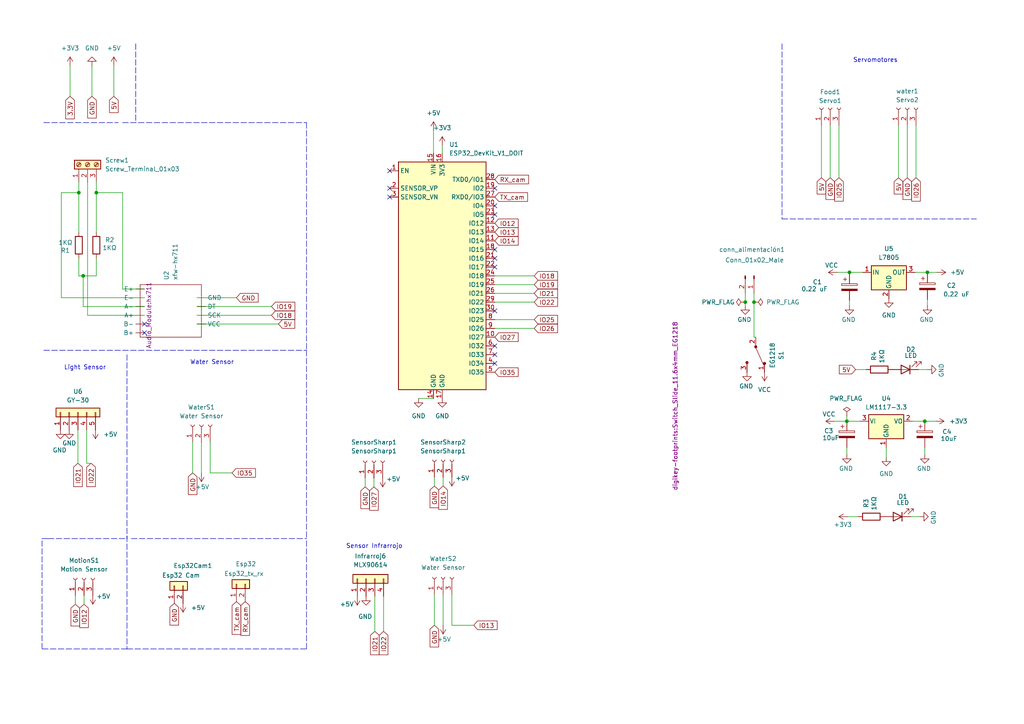
<source format=kicad_sch>
(kicad_sch (version 20211123) (generator eeschema)
  (paper "A4")
  (lib_symbols
    (symbol "Connector:Conn_01x02_Male" (pin_names (offset 1.016) hide)
      (property "Reference" "J" (at 0 2.54 0))
      (property "Value" "Conn_01x02_Male" (at 0 -5.08 0))
      (symbol "Conn_01x02_Male_1_1"
        (polyline (pts (xy 1.27 -2.54) (xy 0.8636 -2.54)) (stroke (width 0.1524)))
        (polyline (pts (xy 1.27 0) (xy 0.8636 0)) (stroke (width 0.1524)))
        (rectangle (start 0.8636 -2.413) (end 0 -2.667) (stroke (width 0.1524)) (fill (type outline)))
        (rectangle (start 0.8636 0.127) (end 0 -0.127) (stroke (width 0.1524)) (fill (type outline)))
        (pin passive line (at 5.08 0 180) (length 3.81) (name "Pin_1") (number "1"))
        (pin passive line (at 5.08 -2.54 180) (length 3.81) (name "Pin_2") (number "2"))
      )
    )
    (symbol "Connector:Conn_01x03_Female" (pin_names (offset 1.016) hide)
      (property "Reference" "J" (at 0 5.08 0))
      (property "Value" "Conn_01x03_Female" (at 0 -5.08 0))
      (symbol "Conn_01x03_Female_1_1"
        (arc (start 0 -2.032) (mid -0.508 -2.54) (end 0 -3.048) (stroke (width 0.1524)))
        (polyline (pts (xy -1.27 -2.54) (xy -0.508 -2.54)) (stroke (width 0.1524)))
        (polyline (pts (xy -1.27 0) (xy -0.508 0)) (stroke (width 0.1524)))
        (polyline (pts (xy -1.27 2.54) (xy -0.508 2.54)) (stroke (width 0.1524)))
        (arc (start 0 0.508) (mid -0.508 0) (end 0 -0.508) (stroke (width 0.1524)))
        (arc (start 0 3.048) (mid -0.508 2.54) (end 0 2.032) (stroke (width 0.1524)))
        (pin passive line (at -5.08 2.54 0) (length 3.81) (name "Pin_1") (number "1"))
        (pin passive line (at -5.08 0 0) (length 3.81) (name "Pin_2") (number "2"))
        (pin passive line (at -5.08 -2.54 0) (length 3.81) (name "Pin_3") (number "3"))
      )
    )
    (symbol "Connector:Screw_Terminal_01x03" (pin_names (offset 1.016) hide)
      (property "Reference" "J" (at 0 5.08 0))
      (property "Value" "Screw_Terminal_01x03" (at 0 -5.08 0))
      (symbol "Screw_Terminal_01x03_1_1"
        (rectangle (start -1.27 3.81) (end 1.27 -3.81) (stroke (width 0.254)) (fill (type background)))
        (circle (center 0 -2.54) (radius 0.635) (stroke (width 0.1524)))
        (polyline (pts (xy -0.5334 -2.2098) (xy 0.3302 -3.048)) (stroke (width 0.1524)))
        (polyline (pts (xy -0.5334 0.3302) (xy 0.3302 -0.508)) (stroke (width 0.1524)))
        (polyline (pts (xy -0.5334 2.8702) (xy 0.3302 2.032)) (stroke (width 0.1524)))
        (polyline (pts (xy -0.3556 -2.032) (xy 0.508 -2.8702)) (stroke (width 0.1524)))
        (polyline (pts (xy -0.3556 0.508) (xy 0.508 -0.3302)) (stroke (width 0.1524)))
        (polyline (pts (xy -0.3556 3.048) (xy 0.508 2.2098)) (stroke (width 0.1524)))
        (circle (center 0 0) (radius 0.635) (stroke (width 0.1524)))
        (circle (center 0 2.54) (radius 0.635) (stroke (width 0.1524)))
        (pin passive line (at -5.08 2.54 0) (length 3.81) (name "Pin_1") (number "1"))
        (pin passive line (at -5.08 0 0) (length 3.81) (name "Pin_2") (number "2"))
        (pin passive line (at -5.08 -2.54 0) (length 3.81) (name "Pin_3") (number "3"))
      )
    )
    (symbol "Connector_Generic:Conn_01x02" (pin_names (offset 1.016) hide)
      (property "Reference" "J" (at 0 2.54 0))
      (property "Value" "Conn_01x02" (at 0 -5.08 0))
      (symbol "Conn_01x02_1_1"
        (rectangle (start -1.27 -2.413) (end 0 -2.667) (stroke (width 0.1524)))
        (rectangle (start -1.27 0.127) (end 0 -0.127) (stroke (width 0.1524)))
        (rectangle (start -1.27 1.27) (end 1.27 -3.81) (stroke (width 0.254)) (fill (type background)))
        (pin passive line (at -5.08 0 0) (length 3.81) (name "Pin_1") (number "1"))
        (pin passive line (at -5.08 -2.54 0) (length 3.81) (name "Pin_2") (number "2"))
      )
    )
    (symbol "Connector_Generic:Conn_01x04" (pin_names (offset 1.016) hide)
      (property "Reference" "J" (at 0 5.08 0))
      (property "Value" "Conn_01x04" (at 0 -7.62 0))
      (symbol "Conn_01x04_1_1"
        (rectangle (start -1.27 -4.953) (end 0 -5.207) (stroke (width 0.1524)))
        (rectangle (start -1.27 -2.413) (end 0 -2.667) (stroke (width 0.1524)))
        (rectangle (start -1.27 0.127) (end 0 -0.127) (stroke (width 0.1524)))
        (rectangle (start -1.27 2.667) (end 0 2.413) (stroke (width 0.1524)))
        (rectangle (start -1.27 3.81) (end 1.27 -6.35) (stroke (width 0.254)) (fill (type background)))
        (pin passive line (at -5.08 2.54 0) (length 3.81) (name "Pin_1") (number "1"))
        (pin passive line (at -5.08 0 0) (length 3.81) (name "Pin_2") (number "2"))
        (pin passive line (at -5.08 -2.54 0) (length 3.81) (name "Pin_3") (number "3"))
        (pin passive line (at -5.08 -5.08 0) (length 3.81) (name "Pin_4") (number "4"))
      )
    )
    (symbol "Connector_Generic:Conn_01x05" (pin_names (offset 1.016) hide)
      (property "Reference" "J" (at 0 7.62 0))
      (property "Value" "Conn_01x05" (at 0 -7.62 0))
      (symbol "Conn_01x05_1_1"
        (rectangle (start -1.27 -4.953) (end 0 -5.207) (stroke (width 0.1524)))
        (rectangle (start -1.27 -2.413) (end 0 -2.667) (stroke (width 0.1524)))
        (rectangle (start -1.27 0.127) (end 0 -0.127) (stroke (width 0.1524)))
        (rectangle (start -1.27 2.667) (end 0 2.413) (stroke (width 0.1524)))
        (rectangle (start -1.27 5.207) (end 0 4.953) (stroke (width 0.1524)))
        (rectangle (start -1.27 6.35) (end 1.27 -6.35) (stroke (width 0.254)) (fill (type background)))
        (pin passive line (at -5.08 5.08 0) (length 3.81) (name "Pin_1") (number "1"))
        (pin passive line (at -5.08 2.54 0) (length 3.81) (name "Pin_2") (number "2"))
        (pin passive line (at -5.08 0 0) (length 3.81) (name "Pin_3") (number "3"))
        (pin passive line (at -5.08 -2.54 0) (length 3.81) (name "Pin_4") (number "4"))
        (pin passive line (at -5.08 -5.08 0) (length 3.81) (name "Pin_5") (number "5"))
      )
    )
    (symbol "Device:C_Polarized" (pin_numbers hide) (pin_names (offset 0.254))
      (property "Reference" "C" (at 0.635 2.54 0))
      (property "Value" "C_Polarized" (at 0.635 -2.54 0))
      (symbol "C_Polarized_0_1"
        (rectangle (start -2.286 0.508) (end 2.286 1.016))
        (polyline (pts (xy -1.778 2.286) (xy -0.762 2.286)))
        (polyline (pts (xy -1.27 2.794) (xy -1.27 1.778)))
        (rectangle (start 2.286 -0.508) (end -2.286 -1.016) (fill (type outline)))
      )
      (symbol "C_Polarized_1_1"
        (pin passive line (at 0 3.81 270) (length 2.794) (name "~") (number "1"))
        (pin passive line (at 0 -3.81 90) (length 2.794) (name "~") (number "2"))
      )
    )
    (symbol "Device:LED" (pin_numbers hide) (pin_names (offset 1.016) hide)
      (property "Reference" "D" (at 0 2.54 0))
      (property "Value" "LED" (at 0 -2.54 0))
      (symbol "LED_0_1"
        (polyline (pts (xy -1.27 -1.27) (xy -1.27 1.27)) (stroke (width 0.254)))
        (polyline (pts (xy -1.27 0) (xy 1.27 0)))
        (polyline (pts (xy 1.27 -1.27) (xy 1.27 1.27) (xy -1.27 0) (xy 1.27 -1.27)) (stroke (width 0.254)))
        (polyline (pts (xy -3.048 -0.762) (xy -4.572 -2.286) (xy -3.81 -2.286) (xy -4.572 -2.286) (xy -4.572 -1.524)))
        (polyline (pts (xy -1.778 -0.762) (xy -3.302 -2.286) (xy -2.54 -2.286) (xy -3.302 -2.286) (xy -3.302 -1.524)))
      )
      (symbol "LED_1_1"
        (pin passive line (at -3.81 0 0) (length 2.54) (name "K") (number "1"))
        (pin passive line (at 3.81 0 180) (length 2.54) (name "A") (number "2"))
      )
    )
    (symbol "Device:R" (pin_numbers hide) (pin_names (offset 0))
      (property "Reference" "R" (at 2.032 0 90))
      (property "Value" "R" (at 0 0 90))
      (symbol "R_0_1"
        (rectangle (start -1.016 -2.54) (end 1.016 2.54) (stroke (width 0.254)))
      )
      (symbol "R_1_1"
        (pin passive line (at 0 3.81 270) (length 1.27) (name "~") (number "1"))
        (pin passive line (at 0 -3.81 90) (length 1.27) (name "~") (number "2"))
      )
    )
    (symbol "Regulator_Linear:L7805" (pin_names (offset 0.254))
      (property "Reference" "U" (at -3.81 3.175 0))
      (property "Value" "L7805" (at 0 3.175 0))
      (symbol "L7805_0_1"
        (rectangle (start -5.08 1.905) (end 5.08 -5.08) (stroke (width 0.254)) (fill (type background)))
      )
      (symbol "L7805_1_1"
        (pin power_in line (at -7.62 0 0) (length 2.54) (name "IN") (number "1"))
        (pin power_in line (at 0 -7.62 90) (length 2.54) (name "GND") (number "2"))
        (pin power_out line (at 7.62 0 180) (length 2.54) (name "OUT") (number "3"))
      )
    )
    (symbol "Regulator_Linear:LM1117-3.3" (pin_names (offset 0.254))
      (property "Reference" "U" (at -3.81 3.175 0))
      (property "Value" "LM1117-3.3" (at 0 3.175 0))
      (symbol "LM1117-3.3_0_1"
        (rectangle (start -5.08 -5.08) (end 5.08 1.905) (stroke (width 0.254)) (fill (type background)))
      )
      (symbol "LM1117-3.3_1_1"
        (pin power_in line (at 0 -7.62 90) (length 2.54) (name "GND") (number "1"))
        (pin power_out line (at 7.62 0 180) (length 2.54) (name "VO") (number "2"))
        (pin power_in line (at -7.62 0 0) (length 2.54) (name "VI") (number "3"))
      )
    )
    (symbol "XFW-HX711:xfw-hx711"
      (property "Reference" "U" (at 1.27 -8.89 0))
      (property "Value" "xfw-hx711" (at 1.27 -6.35 0))
      (symbol "xfw-hx711_0_1"
        (rectangle (start -6.35 2.54) (end 8.89 -15.24))
      )
      (symbol "xfw-hx711_1_1"
        (pin input line (at 0 1.27 90) (length 2.54) (name "A+") (number ""))
        (pin input line (at 2.54 1.27 90) (length 2.54) (name "A-") (number ""))
        (pin input line (at -5.08 1.27 90) (length 2.54) (name "B+") (number ""))
        (pin input line (at -2.54 1.27 90) (length 2.54) (name "B-") (number ""))
        (pin input line (at 2.54 -13.97 270) (length 2.54) (name "DT") (number ""))
        (pin input line (at 7.62 1.27 90) (length 2.54) (name "E+") (number ""))
        (pin input line (at 5.08 1.27 90) (length 2.54) (name "E-") (number ""))
        (pin input line (at 5.08 -13.97 270) (length 2.54) (name "GND") (number ""))
        (pin input line (at 0 -13.97 270) (length 2.54) (name "SCK") (number ""))
        (pin input line (at -2.54 -13.97 270) (length 2.54) (name "VCC") (number ""))
      )
    )
    (symbol "dk_Slide-Switches:EG1218" (pin_names (offset 0))
      (property "Reference" "S" (at -3.81 2.286 0))
      (property "Value" "EG1218" (at 0 -5.334 0))
      (symbol "EG1218_0_1"
        (circle (center -2.286 0) (radius 0.3556) (fill (type outline)))
        (polyline (pts (xy -2.032 0) (xy 3.048 2.286)))
        (circle (center 2.286 -2.54) (radius 0.3556) (fill (type outline)))
        (circle (center 2.54 2.54) (radius 0.3556) (fill (type outline)))
      )
      (symbol "EG1218_1_1"
        (pin passive line (at 5.08 2.54 180) (length 2.54) (name "~") (number "1"))
        (pin passive line (at -5.08 0 0) (length 2.54) (name "~") (number "2"))
        (pin passive line (at 5.08 -2.54 180) (length 2.54) (name "~") (number "3"))
      )
    )
    (symbol "esp32_devkit_v1_doit:ESP32_DevKit_V1_DOIT"
      (property "Reference" "U" (at -11.43 34.29 0))
      (property "Value" "ESP32_DevKit_V1_DOIT" (at 11.43 34.29 0))
      (symbol "ESP32_DevKit_V1_DOIT_1_1"
        (rectangle (start -12.7 33.02) (end 12.7 -33.02) (stroke (width 0.254)) (fill (type background)))
        (pin input line (at -15.24 30.48 0) (length 2.54) (name "EN") (number "1"))
        (pin bidirectional line (at 15.24 -17.78 180) (length 2.54) (name "IO27") (number "10"))
        (pin bidirectional line (at 15.24 10.16 180) (length 2.54) (name "IO14") (number "11"))
        (pin bidirectional line (at 15.24 15.24 180) (length 2.54) (name "IO12") (number "12"))
        (pin bidirectional line (at 15.24 12.7 180) (length 2.54) (name "IO13") (number "13"))
        (pin power_in line (at -2.54 -35.56 90) (length 2.54) (name "GND") (number "14"))
        (pin power_in line (at -2.54 35.56 270) (length 2.54) (name "VIN") (number "15"))
        (pin power_in line (at 0 35.56 270) (length 2.54) (name "3V3") (number "16"))
        (pin power_in line (at 0 -35.56 90) (length 2.54) (name "GND") (number "17"))
        (pin bidirectional line (at 15.24 7.62 180) (length 2.54) (name "IO15") (number "18"))
        (pin bidirectional line (at 15.24 25.4 180) (length 2.54) (name "IO2") (number "19"))
        (pin input line (at -15.24 25.4 0) (length 2.54) (name "SENSOR_VP") (number "2"))
        (pin bidirectional line (at 15.24 20.32 180) (length 2.54) (name "IO4") (number "20"))
        (pin bidirectional line (at 15.24 5.08 180) (length 2.54) (name "IO16") (number "21"))
        (pin bidirectional line (at 15.24 2.54 180) (length 2.54) (name "IO17") (number "22"))
        (pin bidirectional line (at 15.24 17.78 180) (length 2.54) (name "IO5") (number "23"))
        (pin bidirectional line (at 15.24 0 180) (length 2.54) (name "IO18") (number "24"))
        (pin bidirectional line (at 15.24 -2.54 180) (length 2.54) (name "IO19") (number "25"))
        (pin bidirectional line (at 15.24 -5.08 180) (length 2.54) (name "IO21") (number "26"))
        (pin bidirectional line (at 15.24 22.86 180) (length 2.54) (name "RXD0/IO3") (number "27"))
        (pin bidirectional line (at 15.24 27.94 180) (length 2.54) (name "TXD0/IO1") (number "28"))
        (pin bidirectional line (at 15.24 -7.62 180) (length 2.54) (name "IO22") (number "29"))
        (pin input line (at -15.24 22.86 0) (length 2.54) (name "SENSOR_VN") (number "3"))
        (pin bidirectional line (at 15.24 -10.16 180) (length 2.54) (name "IO23") (number "30"))
        (pin input line (at 15.24 -25.4 180) (length 2.54) (name "IO34") (number "4"))
        (pin input line (at 15.24 -27.94 180) (length 2.54) (name "IO35") (number "5"))
        (pin bidirectional line (at 15.24 -20.32 180) (length 2.54) (name "IO32") (number "6"))
        (pin bidirectional line (at 15.24 -22.86 180) (length 2.54) (name "IO33") (number "7"))
        (pin bidirectional line (at 15.24 -12.7 180) (length 2.54) (name "IO25") (number "8"))
        (pin bidirectional line (at 15.24 -15.24 180) (length 2.54) (name "IO26") (number "9"))
      )
    )
    (symbol "power:+3.3V" (power) (pin_names (offset 0))
      (property "Value" "+3.3V" (at 0 3.556 0))
      (symbol "+3.3V_0_1"
        (polyline (pts (xy -0.762 1.27) (xy 0 2.54)))
        (polyline (pts (xy 0 0) (xy 0 2.54)))
        (polyline (pts (xy 0 2.54) (xy 0.762 1.27)))
      )
      (symbol "+3.3V_1_1"
        (pin power_in line (at 0 0 90) (length 0) hide (name "+3V3") (number "1"))
      )
    )
    (symbol "power:+5V" (power) (pin_names (offset 0))
      (property "Value" "+5V" (at 0 3.556 0))
      (symbol "+5V_0_1"
        (polyline (pts (xy -0.762 1.27) (xy 0 2.54)))
        (polyline (pts (xy 0 0) (xy 0 2.54)))
        (polyline (pts (xy 0 2.54) (xy 0.762 1.27)))
      )
      (symbol "+5V_1_1"
        (pin power_in line (at 0 0 90) (length 0) hide (name "+5V") (number "1"))
      )
    )
    (symbol "power:GND" (power) (pin_names (offset 0))
      (property "Value" "GND" (at 0 -3.81 0))
      (symbol "GND_0_1"
        (polyline (pts (xy 0 0) (xy 0 -1.27) (xy 1.27 -1.27) (xy 0 -2.54) (xy -1.27 -1.27) (xy 0 -1.27)))
      )
      (symbol "GND_1_1"
        (pin power_in line (at 0 0 270) (length 0) hide (name "GND") (number "1"))
      )
    )
    (symbol "power:PWR_FLAG" (power) (pin_numbers hide) (pin_names (offset 0) hide)
      (property "Value" "PWR_FLAG" (at 0 3.81 0))
      (symbol "PWR_FLAG_0_0"
        (pin power_out line (at 0 0 90) (length 0) (name "pwr") (number "1"))
      )
      (symbol "PWR_FLAG_0_1"
        (polyline (pts (xy 0 0) (xy 0 1.27) (xy -1.016 1.905) (xy 0 2.54) (xy 1.016 1.905) (xy 0 1.27)))
      )
    )
    (symbol "power:VCC" (power) (pin_names (offset 0))
      (property "Value" "VCC" (at 0 3.81 0))
      (symbol "VCC_0_1"
        (polyline (pts (xy -0.762 1.27) (xy 0 2.54)))
        (polyline (pts (xy 0 0) (xy 0 2.54)))
        (polyline (pts (xy 0 2.54) (xy 0.762 1.27)))
      )
      (symbol "VCC_1_1"
        (pin power_in line (at 0 0 90) (length 0) hide (name "VCC") (number "1"))
      )
    )
  )
  (junction (at 22.86 55.88))
  (junction (at 268.224 122.174))
  (junction (at 24.13 80.01))
  (junction (at 216.154 87.63))
  (junction (at 246.38 78.994))
  (junction (at 27.94 55.88))
  (junction (at 245.618 122.174))
  (junction (at 218.694 87.63))
  (junction (at 268.986 78.994))
  (no_connect (at 143.51 62.23))
  (no_connect (at 143.51 54.61))
  (no_connect (at 143.51 59.69))
  (no_connect (at 143.51 72.39))
  (no_connect (at 143.51 74.93))
  (no_connect (at 143.51 90.17))
  (no_connect (at 143.51 77.47))
  (no_connect (at 113.03 57.15))
  (no_connect (at 113.03 54.61))
  (no_connect (at 113.03 49.53))
  (no_connect (at 41.91 93.98))
  (no_connect (at 41.91 96.52))
  (no_connect (at 143.51 105.41))
  (no_connect (at 143.51 100.33))
  (no_connect (at 143.51 102.87))
  (wire (pts (xy 108.712 172.974) (xy 108.712 183.134)))
  (wire (pts (xy 131.064 172.466) (xy 131.064 181.356)))
  (wire (pts (xy 17.78 55.88) (xy 17.78 86.36)))
  (wire (pts (xy 121.412 115.57) (xy 125.73 115.57)))
  (wire (pts (xy 22.86 80.01) (xy 24.13 80.01)))
  (wire (pts (xy 27.94 55.88) (xy 27.94 67.31)))
  (wire (pts (xy 143.51 95.25) (xy 154.94 95.25)))
  (polyline (pts (xy 35.56 35.56) (xy 88.9 35.56)))
  (wire (pts (xy 57.15 91.44) (xy 78.74 91.44)))
  (wire (pts (xy 24.13 88.9) (xy 24.13 80.01)))
  (wire (pts (xy 143.51 92.71) (xy 154.94 92.71)))
  (wire (pts (xy 26.416 134.366) (xy 25.146 134.366)))
  (polyline (pts (xy 36.83 155.448) (xy 36.83 188.214)))
  (wire (pts (xy 55.88 128.27) (xy 55.88 137.16)))
  (polyline (pts (xy 88.9 35.56) (xy 88.9 101.6)))
  (wire (pts (xy 17.78 86.36) (xy 41.91 86.36)))
  (wire (pts (xy 111.252 183.134) (xy 111.252 172.974)))
  (polyline (pts (xy 12.7 35.56) (xy 34.29 35.56)))
  (polyline (pts (xy 36.83 188.214) (xy 12.192 188.214)))
  (polyline (pts (xy 13.97 156.21) (xy 36.83 156.21)))
  (polyline (pts (xy 38.1 156.21) (xy 88.9 156.21)))
  (wire (pts (xy 242.062 122.174) (xy 245.618 122.174)))
  (polyline (pts (xy 12.7 101.6) (xy 88.9 101.6)))
  (wire (pts (xy 24.13 88.9) (xy 41.91 88.9)))
  (wire (pts (xy 105.918 138.684) (xy 105.918 141.224)))
  (wire (pts (xy 22.86 55.88) (xy 22.86 67.31)))
  (wire (pts (xy 238.252 36.322) (xy 238.252 51.562)))
  (wire (pts (xy 128.27 42.164) (xy 128.27 44.45)))
  (polyline (pts (xy 12.192 156.21) (xy 14.224 156.21)))
  (wire (pts (xy 57.15 88.9) (xy 78.74 88.9)))
  (wire (pts (xy 143.51 87.63) (xy 154.94 87.63)))
  (wire (pts (xy 245.618 122.174) (xy 249.428 122.174)))
  (wire (pts (xy 268.224 131.826) (xy 268.224 129.794)))
  (wire (pts (xy 27.94 52.832) (xy 27.94 55.88)))
  (wire (pts (xy 21.844 172.72) (xy 21.844 175.26)))
  (wire (pts (xy 125.73 37.846) (xy 125.73 44.45)))
  (wire (pts (xy 218.694 97.79) (xy 219.202 97.79)))
  (wire (pts (xy 264.668 122.174) (xy 268.224 122.174)))
  (polyline (pts (xy 36.83 102.87) (xy 36.83 156.21)))
  (wire (pts (xy 248.158 107.188) (xy 251.206 107.188)))
  (wire (pts (xy 265.43 78.994) (xy 268.986 78.994)))
  (wire (pts (xy 246.38 79.502) (xy 246.38 78.994)))
  (wire (pts (xy 216.154 88.646) (xy 216.154 87.63)))
  (wire (pts (xy 22.606 134.366) (xy 22.606 124.714)))
  (wire (pts (xy 33.02 19.05) (xy 33.02 27.94)))
  (wire (pts (xy 143.51 82.55) (xy 154.94 82.55)))
  (wire (pts (xy 24.384 172.72) (xy 24.384 175.26)))
  (wire (pts (xy 131.064 181.356) (xy 137.414 181.356)))
  (polyline (pts (xy 39.37 12.7) (xy 39.37 35.56)))
  (wire (pts (xy 128.524 138.43) (xy 128.524 140.97)))
  (wire (pts (xy 57.15 93.98) (xy 80.772 93.98)))
  (wire (pts (xy 218.694 87.63) (xy 218.694 85.09)))
  (wire (pts (xy 218.694 87.63) (xy 218.694 97.79)))
  (wire (pts (xy 243.332 36.322) (xy 243.332 51.562)))
  (wire (pts (xy 24.13 80.01) (xy 27.94 80.01)))
  (wire (pts (xy 266.7 149.86) (xy 264.16 149.86)))
  (wire (pts (xy 265.684 36.322) (xy 265.684 51.562)))
  (wire (pts (xy 245.618 120.65) (xy 245.618 122.174)))
  (wire (pts (xy 22.86 74.93) (xy 22.86 80.01)))
  (wire (pts (xy 257.048 132.588) (xy 257.048 129.794)))
  (wire (pts (xy 263.144 36.322) (xy 263.144 51.562)))
  (wire (pts (xy 268.986 79.248) (xy 268.986 78.994)))
  (wire (pts (xy 268.986 107.188) (xy 266.446 107.188)))
  (wire (pts (xy 25.4 52.832) (xy 25.4 91.44)))
  (wire (pts (xy 108.458 138.684) (xy 108.458 141.224)))
  (wire (pts (xy 268.986 88.646) (xy 268.986 86.868)))
  (wire (pts (xy 143.51 85.09) (xy 154.94 85.09)))
  (wire (pts (xy 125.984 172.466) (xy 125.984 181.356)))
  (wire (pts (xy 26.67 19.05) (xy 26.67 27.94)))
  (wire (pts (xy 216.154 87.63) (xy 216.154 85.09)))
  (polyline (pts (xy 226.822 63.5) (xy 283.21 63.5)))
  (polyline (pts (xy 88.9 188.214) (xy 88.9 156.21)))
  (wire (pts (xy 242.824 78.994) (xy 246.38 78.994)))
  (wire (pts (xy 245.872 149.86) (xy 248.92 149.86)))
  (wire (pts (xy 25.4 91.44) (xy 41.91 91.44)))
  (polyline (pts (xy 88.9 101.6) (xy 88.9 156.21)))
  (wire (pts (xy 60.96 137.16) (xy 67.31 137.16)))
  (wire (pts (xy 27.94 55.88) (xy 35.56 55.88)))
  (wire (pts (xy 57.15 86.36) (xy 68.58 86.36)))
  (wire (pts (xy 246.38 78.994) (xy 250.19 78.994)))
  (wire (pts (xy 125.984 138.43) (xy 125.984 140.97)))
  (wire (pts (xy 128.524 172.466) (xy 128.524 181.356)))
  (wire (pts (xy 60.96 128.27) (xy 60.96 137.16)))
  (wire (pts (xy 271.78 78.994) (xy 268.986 78.994)))
  (wire (pts (xy 35.56 83.82) (xy 35.56 55.88)))
  (wire (pts (xy 20.32 19.05) (xy 20.32 27.94)))
  (wire (pts (xy 246.38 87.122) (xy 246.38 88.646)))
  (polyline (pts (xy 12.192 188.214) (xy 12.192 156.21)))
  (wire (pts (xy 268.224 122.174) (xy 271.272 122.174)))
  (wire (pts (xy 27.94 80.01) (xy 27.94 74.93)))
  (wire (pts (xy 22.86 55.88) (xy 17.78 55.88)))
  (wire (pts (xy 143.51 80.01) (xy 154.94 80.01)))
  (polyline (pts (xy 226.822 12.7) (xy 226.822 63.5)))
  (wire (pts (xy 25.146 134.366) (xy 25.146 124.714)))
  (polyline (pts (xy 36.83 188.214) (xy 88.9 188.214)))
  (wire (pts (xy 35.56 83.82) (xy 41.91 83.82)))
  (wire (pts (xy 245.618 129.794) (xy 245.618 131.826)))
  (wire (pts (xy 22.86 52.832) (xy 22.86 55.88)))
  (wire (pts (xy 260.604 36.322) (xy 260.604 51.562)))
  (wire (pts (xy 58.42 128.27) (xy 58.42 137.16)))
  (wire (pts (xy 240.792 36.322) (xy 240.792 51.562)))
  (text "Sensor Infrarrojo\n" (at 100.33 159.258 0) (effects (font (size 1.27 1.27)) (justify left bottom)))
  (text "Water Sensor\n" (at 55.118 105.918 0) (effects (font (size 1.27 1.27)) (justify left bottom)))
  (text "Light Sensor\n" (at 18.542 107.442 0) (effects (font (size 1.27 1.27)) (justify left bottom)))
  (text "Servomotores\n" (at 247.396 18.288 0) (effects (font (size 1.27 1.27)) (justify left bottom)))
  (global_label "GND" (shape input) (at 125.984 181.356 270) (property "Intersheet References" "${INTERSHEET_REFS}" (effects hide)))
  (global_label "RX_cam" (shape input) (at 71.12 174.498 270) (property "Intersheet References" "${INTERSHEET_REFS}" (effects hide)))
  (global_label "IO14" (shape input) (at 143.51 69.85 0) (property "Intersheet References" "${INTERSHEET_REFS}" (effects hide)))
  (global_label "GND" (shape input) (at 55.88 137.16 270) (property "Intersheet References" "${INTERSHEET_REFS}" (effects hide)))
  (global_label "IO35" (shape input) (at 67.31 137.16 0) (property "Intersheet References" "${INTERSHEET_REFS}" (effects hide)))
  (global_label "GND" (shape input) (at 105.918 141.224 270) (property "Intersheet References" "${INTERSHEET_REFS}" (effects hide)))
  (global_label "IO22" (shape input) (at 26.416 134.366 270) (property "Intersheet References" "${INTERSHEET_REFS}" (effects hide)))
  (global_label "GND" (shape input) (at 68.58 86.36 0) (property "Intersheet References" "${INTERSHEET_REFS}" (effects hide)))
  (global_label "IO26" (shape input) (at 265.684 51.562 270) (property "Intersheet References" "${INTERSHEET_REFS}" (effects hide)))
  (global_label "IO35" (shape input) (at 143.51 107.95 0) (property "Intersheet References" "${INTERSHEET_REFS}" (effects hide)))
  (global_label "IO19" (shape input) (at 154.94 82.55 0) (property "Intersheet References" "${INTERSHEET_REFS}" (effects hide)))
  (global_label "IO26" (shape input) (at 154.94 95.25 0) (property "Intersheet References" "${INTERSHEET_REFS}" (effects hide)))
  (global_label "IO27" (shape input) (at 143.51 97.79 0) (property "Intersheet References" "${INTERSHEET_REFS}" (effects hide)))
  (global_label "IO14" (shape input) (at 128.524 140.97 270) (property "Intersheet References" "${INTERSHEET_REFS}" (effects hide)))
  (global_label "IO19" (shape input) (at 78.74 88.9 0) (property "Intersheet References" "${INTERSHEET_REFS}" (effects hide)))
  (global_label "IO21" (shape input) (at 108.712 183.134 270) (property "Intersheet References" "${INTERSHEET_REFS}" (effects hide)))
  (global_label "IO13" (shape input) (at 143.51 67.31 0) (property "Intersheet References" "${INTERSHEET_REFS}" (effects hide)))
  (global_label "IO21" (shape input) (at 154.94 85.09 0) (property "Intersheet References" "${INTERSHEET_REFS}" (effects hide)))
  (global_label "IO27" (shape input) (at 108.458 141.224 270) (property "Intersheet References" "${INTERSHEET_REFS}" (effects hide)))
  (global_label "IO12" (shape input) (at 143.51 64.77 0) (property "Intersheet References" "${INTERSHEET_REFS}" (effects hide)))
  (global_label "GND" (shape input) (at 26.67 27.94 270) (property "Intersheet References" "${INTERSHEET_REFS}" (effects hide)))
  (global_label "GND" (shape input) (at 263.144 51.562 270) (property "Intersheet References" "${INTERSHEET_REFS}" (effects hide)))
  (global_label "5V" (shape input) (at 80.772 93.98 0) (property "Intersheet References" "${INTERSHEET_REFS}" (effects hide)))
  (global_label "IO22" (shape input) (at 111.252 183.134 270) (property "Intersheet References" "${INTERSHEET_REFS}" (effects hide)))
  (global_label "GND" (shape input) (at 240.792 51.562 270) (property "Intersheet References" "${INTERSHEET_REFS}" (effects hide)))
  (global_label "IO13" (shape input) (at 137.414 181.356 0) (property "Intersheet References" "${INTERSHEET_REFS}" (effects hide)))
  (global_label "IO25" (shape input) (at 154.94 92.71 0) (property "Intersheet References" "${INTERSHEET_REFS}" (effects hide)))
  (global_label "5V" (shape input) (at 260.604 51.562 270) (property "Intersheet References" "${INTERSHEET_REFS}" (effects hide)))
  (global_label "IO12" (shape input) (at 24.384 175.26 270) (property "Intersheet References" "${INTERSHEET_REFS}" (effects hide)))
  (global_label "TX_cam" (shape input) (at 143.51 57.15 0) (property "Intersheet References" "${INTERSHEET_REFS}" (effects hide)))
  (global_label "GND" (shape input) (at 125.984 140.97 270) (property "Intersheet References" "${INTERSHEET_REFS}" (effects hide)))
  (global_label "IO22" (shape input) (at 154.94 87.63 0) (property "Intersheet References" "${INTERSHEET_REFS}" (effects hide)))
  (global_label "TX_cam" (shape input) (at 68.58 174.498 270) (property "Intersheet References" "${INTERSHEET_REFS}" (effects hide)))
  (global_label "5V" (shape input) (at 238.252 51.562 270) (property "Intersheet References" "${INTERSHEET_REFS}" (effects hide)))
  (global_label "5V" (shape input) (at 33.02 27.94 270) (property "Intersheet References" "${INTERSHEET_REFS}" (effects hide)))
  (global_label "IO18" (shape input) (at 78.74 91.44 0) (property "Intersheet References" "${INTERSHEET_REFS}" (effects hide)))
  (global_label "IO25" (shape input) (at 243.332 51.562 270) (property "Intersheet References" "${INTERSHEET_REFS}" (effects hide)))
  (global_label "5V" (shape input) (at 248.158 107.188 180) (property "Intersheet References" "${INTERSHEET_REFS}" (effects hide)))
  (global_label "GND" (shape input) (at 21.844 175.26 270) (property "Intersheet References" "${INTERSHEET_REFS}" (effects hide)))
  (global_label "IO21" (shape input) (at 22.606 134.366 270) (property "Intersheet References" "${INTERSHEET_REFS}" (effects hide)))
  (global_label "RX_cam" (shape input) (at 143.51 52.07 0) (property "Intersheet References" "${INTERSHEET_REFS}" (effects hide)))
  (global_label "IO18" (shape input) (at 154.94 80.01 0) (property "Intersheet References" "${INTERSHEET_REFS}" (effects hide)))
  (global_label "GND" (shape input) (at 50.546 175.006 270) (property "Intersheet References" "${INTERSHEET_REFS}" (effects hide)))
  (global_label "3.3V" (shape input) (at 20.32 27.94 270) (property "Intersheet References" "${INTERSHEET_REFS}" (effects hide)))
  (symbol (lib_id "power:+5V") (at 33.02 19.05 0) (unit 1)
    (property "Reference" "#PWR0103" (effects hide))
    (property "Value" "+5V" (at 33.02 13.97 0))
  )
  (symbol (lib_id "power:+5V") (at 125.73 37.846 0) (unit 1)
    (property "Reference" "#PWR0104" (effects hide))
    (property "Value" "+5V" (at 125.73 32.766 0))
  )
  (symbol (lib_id "power:GND") (at 257.81 86.614 0) (unit 1)
    (property "Reference" "#PWR0111" (effects hide))
    (property "Value" "GND" (at 257.81 91.44 0))
  )
  (symbol (lib_id "Device:LED") (at 262.636 107.188 180) (unit 1)
    (property "Reference" "D2" (at 264.16 101.346 0))
    (property "Value" "LED" (at 264.16 103.124 0))
    (property "Footprint" "LED_THT:LED_D3.0mm_Clear" (effects hide))
  )
  (symbol (lib_id "Regulator_Linear:L7805") (at 257.81 78.994 0) (unit 1)
    (property "Reference" "U5" (at 257.81 72.136 0))
    (property "Value" "L7805" (at 257.81 74.676 0))
    (property "Footprint" "Package_TO_SOT_THT:TO-3P-3_Vertical" (effects hide))
    (property "Datasheet" "http://www.st.com/content/ccc/resource/technical/document/datasheet/41/4f/b3/b0/12/d4/47/88/CD00000444.pdf/files/CD00000444.pdf/jcr:content/translations/en.CD00000444.pdf" (effects hide))
  )
  (symbol (lib_id "power:GND") (at 17.526 124.714 0) (unit 1)
    (property "Reference" "#PWR0126" (effects hide))
    (property "Value" "GND" (at 15.24 130.556 0) (effects (justify left)))
  )
  (symbol (lib_id "Connector:Conn_01x03_Female") (at 108.458 133.604 90) (unit 1)
    (property "Reference" "SensorSharp1" (at 108.458 128.27 90))
    (property "Value" "SensorSharp1" (at 108.458 130.81 90))
    (property "Footprint" "Connector_PinSocket_2.00mm:PinSocket_1x03_P2.00mm_Vertical" (effects hide))
  )
  (symbol (lib_id "power:GND") (at 216.662 107.95 0) (unit 1)
    (property "Reference" "#PWR0113" (effects hide))
    (property "Value" "GND" (at 214.376 112.014 0) (effects (justify left)))
  )
  (symbol (lib_id "power:GND") (at 20.066 124.714 0) (unit 1)
    (property "Reference" "#PWR0125" (effects hide))
    (property "Value" "GND" (at 18.034 128.524 0) (effects (justify left)))
  )
  (symbol (lib_id "dk_Slide-Switches:EG1218") (at 219.202 102.87 270) (unit 1)
    (property "Reference" "S1" (at 226.568 103.0732 0))
    (property "Value" "EG1218" (at 224.028 103.0732 0))
    (property "Footprint" "digikey-footprints:Switch_Slide_11.6x4mm_EG1218" (at 195.834 93.218 0) (effects (justify left)))
    (property "Datasheet" "http://spec_sheets.e-switch.com/specs/P040040.pdf" (effects hide))
    (property "Digi-Key_PN" "EG1903-ND" (effects hide))
    (property "MPN" "EG1218" (effects hide))
    (property "Category" "Switches" (effects hide))
    (property "Family" "Slide Switches" (effects hide))
    (property "DK_Datasheet_Link" "http://spec_sheets.e-switch.com/specs/P040040.pdf" (effects hide))
    (property "DK_Detail_Page" "/product-detail/en/e-switch/EG1218/EG1903-ND/101726" (effects hide))
    (property "Description" "SWITCH SLIDE SPDT 200MA 30V" (effects hide))
    (property "Manufacturer" "E-Switch" (effects hide))
    (property "Status" "Active" (effects hide))
  )
  (symbol (lib_id "power:+5V") (at 26.924 172.72 180) (unit 1)
    (property "Reference" "#PWR0127" (effects hide))
    (property "Value" "+5V" (at 27.94 172.974 0) (effects (justify right)))
  )
  (symbol (lib_id "Connector:Conn_01x03_Female") (at 240.792 31.242 90) (unit 1)
    (property "Reference" "Food1" (at 240.792 26.67 90))
    (property "Value" "Servo1" (at 240.792 29.21 90))
    (property "Footprint" "Connector_PinSocket_2.00mm:PinSocket_1x03_P2.00mm_Vertical" (effects hide))
  )
  (symbol (lib_id "Device:LED") (at 260.35 149.86 180) (unit 1)
    (property "Reference" "D1" (at 261.874 144.018 0))
    (property "Value" "LED" (at 261.874 145.796 0))
    (property "Footprint" "LED_THT:LED_D3.0mm_Clear" (effects hide))
  )
  (symbol (lib_id "Connector:Conn_01x03_Female") (at 128.524 133.35 90) (unit 1)
    (property "Reference" "SensorSharp2" (at 128.524 128.27 90))
    (property "Value" "SensorSharp1" (at 128.524 130.81 90))
    (property "Footprint" "Connector_PinSocket_2.00mm:PinSocket_1x03_P2.00mm_Vertical" (effects hide))
  )
  (symbol (lib_id "Device:C_Polarized") (at 246.38 83.312 0) (unit 1)
    (property "Reference" "C1" (at 235.712 81.788 0) (effects (justify left)))
    (property "Value" "0.22 uF" (at 232.41 83.82 0) (effects (justify left)))
    (property "Footprint" "Capacitor_THT:CP_Radial_D8.0mm_P5.00mm" (effects hide))
  )
  (symbol (lib_id "power:+3.3V") (at 271.272 122.174 270) (unit 1)
    (property "Reference" "#PWR0121" (effects hide))
    (property "Value" "+3.3V" (at 275.336 122.1739 90) (effects (justify left)))
  )
  (symbol (lib_id "Device:R") (at 252.73 149.86 90) (unit 1)
    (property "Reference" "R3" (at 251.206 147.32 0) (effects (justify left)))
    (property "Value" "1KΩ" (at 253.492 148.082 0) (effects (justify left)))
    (property "Footprint" "Resistor_THT:R_Axial_DIN0309_L9.0mm_D3.2mm_P12.70mm_Horizontal" (effects hide))
  )
  (symbol (lib_id "power:VCC") (at 221.742 107.95 180) (unit 1)
    (property "Reference" "#PWR0119" (effects hide))
    (property "Value" "VCC" (at 221.742 113.03 0))
  )
  (symbol (lib_id "power:GND") (at 268.986 88.646 0) (unit 1)
    (property "Reference" "#PWR0116" (effects hide))
    (property "Value" "GND" (at 266.7 92.71 0) (effects (justify left)))
  )
  (symbol (lib_id "power:PWR_FLAG") (at 218.694 87.63 270) (unit 1)
    (property "Reference" "#FLG0102" (effects hide))
    (property "Value" "PWR_FLAG" (at 222.25 87.6299 90) (effects (justify left)))
  )
  (symbol (lib_id "power:PWR_FLAG") (at 216.154 87.63 90) (unit 1)
    (property "Reference" "#FLG0101" (effects hide))
    (property "Value" "PWR_FLAG" (at 208.28 87.63 90))
  )
  (symbol (lib_id "Device:R") (at 22.86 71.12 180) (unit 1)
    (property "Reference" "R1" (at 20.32 72.644 0) (effects (justify left)))
    (property "Value" "1KΩ" (at 21.082 70.358 0) (effects (justify left)))
    (property "Footprint" "Resistor_THT:R_Axial_DIN0309_L9.0mm_D3.2mm_P12.70mm_Horizontal" (effects hide))
  )
  (symbol (lib_id "power:+5V") (at 110.998 138.684 180) (unit 1)
    (property "Reference" "#PWR0130" (effects hide))
    (property "Value" "+5V" (at 112.014 138.938 0) (effects (justify right)))
  )
  (symbol (lib_id "power:GND") (at 257.048 132.588 0) (unit 1)
    (property "Reference" "#PWR0107" (effects hide))
    (property "Value" "GND" (at 257.048 137.414 0))
  )
  (symbol (lib_id "power:+3.3V") (at 128.27 42.164 0) (unit 1)
    (property "Reference" "#PWR0105" (effects hide))
    (property "Value" "+3.3V" (at 128.27 37.084 0))
  )
  (symbol (lib_id "Device:R") (at 27.94 71.12 0) (unit 1)
    (property "Reference" "R2" (at 30.48 69.596 0) (effects (justify left)))
    (property "Value" "1KΩ" (at 29.718 71.882 0) (effects (justify left)))
    (property "Footprint" "Resistor_THT:R_Axial_DIN0309_L9.0mm_D3.2mm_P12.70mm_Horizontal" (effects hide))
  )
  (symbol (lib_id "power:VCC") (at 242.062 122.174 90) (unit 1)
    (property "Reference" "#PWR0109" (effects hide))
    (property "Value" "VCC" (at 238.506 120.142 90) (effects (justify right)))
  )
  (symbol (lib_id "power:+5V") (at 103.632 172.974 180) (unit 1)
    (property "Reference" "#PWR0132" (effects hide))
    (property "Value" "+5V" (at 98.552 175.26 0) (effects (justify right)))
  )
  (symbol (lib_id "Device:C_Polarized") (at 245.618 125.984 0) (unit 1)
    (property "Reference" "C3" (at 239.014 124.968 0) (effects (justify left)))
    (property "Value" "10uF" (at 238.506 127 0) (effects (justify left)))
    (property "Footprint" "Capacitor_THT:CP_Radial_D8.0mm_P5.00mm" (effects hide))
  )
  (symbol (lib_id "power:GND") (at 268.986 107.188 90) (unit 1)
    (property "Reference" "#PWR0110" (effects hide))
    (property "Value" "GND" (at 273.05 109.474 0) (effects (justify left)))
  )
  (symbol (lib_id "power:PWR_FLAG") (at 245.618 120.65 0) (unit 1)
    (property "Reference" "#FLG0103" (effects hide))
    (property "Value" "PWR_FLAG" (at 240.538 115.57 0) (effects (justify left)))
  )
  (symbol (lib_id "power:GND") (at 128.27 115.57 0) (unit 1)
    (property "Reference" "#PWR0114" (effects hide))
    (property "Value" "GND" (at 128.27 120.65 0))
  )
  (symbol (lib_id "power:GND") (at 216.154 88.646 0) (unit 1)
    (property "Reference" "#PWR0112" (effects hide))
    (property "Value" "GND" (at 213.868 92.71 0) (effects (justify left)))
  )
  (symbol (lib_id "power:GND") (at 268.224 131.826 0) (unit 1)
    (property "Reference" "#PWR0118" (effects hide))
    (property "Value" "GND" (at 265.938 135.89 0) (effects (justify left)))
  )
  (symbol (lib_id "Connector:Conn_01x03_Female") (at 263.144 31.242 90) (unit 1)
    (property "Reference" "water1" (at 263.144 26.43 90))
    (property "Value" "Servo2" (at 263.144 28.97 90))
    (property "Footprint" "Connector_PinSocket_2.00mm:PinSocket_1x03_P2.00mm_Vertical" (effects hide))
  )
  (symbol (lib_id "power:GND") (at 246.38 88.646 0) (unit 1)
    (property "Reference" "#PWR0115" (effects hide))
    (property "Value" "GND" (at 244.094 92.71 0) (effects (justify left)))
  )
  (symbol (lib_id "Connector_Generic:Conn_01x04") (at 106.172 167.894 90) (unit 1)
    (property "Reference" "Infrarroj6" (at 107.442 161.29 90))
    (property "Value" "MLX90614" (at 107.442 163.83 90))
    (property "Footprint" "Connector_PinSocket_2.00mm:PinSocket_1x04_P2.00mm_Vertical" (effects hide))
  )
  (symbol (lib_id "XFW-HX711:xfw-hx711") (at 43.18 91.44 90) (unit 1)
    (property "Reference" "U2" (at 48.2599 81.28 0) (effects (justify left)))
    (property "Value" "xfw-hx711" (at 50.7999 81.28 0) (effects (justify left)))
    (property "Footprint" "Audio_Module:hx711" (at 43.18 91.44 0))
  )
  (symbol (lib_id "power:GND") (at 266.7 149.86 90) (unit 1)
    (property "Reference" "#PWR0108" (effects hide))
    (property "Value" "GND" (at 270.764 152.146 0) (effects (justify left)))
  )
  (symbol (lib_id "power:+5V") (at 53.086 175.006 180) (unit 1)
    (property "Reference" "#PWR0128" (effects hide))
    (property "Value" "+5V" (at 55.372 176.2759 0) (effects (justify right)))
  )
  (symbol (lib_id "power:GND") (at 106.172 172.974 0) (unit 1)
    (property "Reference" "#PWR0131" (effects hide))
    (property "Value" "GND" (at 103.886 178.816 0) (effects (justify left)))
  )
  (symbol (lib_id "power:+5V") (at 27.686 124.714 180) (unit 1)
    (property "Reference" "#PWR0129" (effects hide))
    (property "Value" "+5V" (at 29.972 125.9839 0) (effects (justify right)))
  )
  (symbol (lib_id "Device:C_Polarized") (at 268.986 83.058 0) (unit 1)
    (property "Reference" "C2" (at 274.574 82.804 0) (effects (justify left)))
    (property "Value" "0.22 uF" (at 273.558 85.344 0) (effects (justify left)))
    (property "Footprint" "Capacitor_THT:CP_Radial_D8.0mm_P5.00mm" (effects hide))
  )
  (symbol (lib_id "power:+5V") (at 58.42 137.16 180) (unit 1)
    (property "Reference" "#PWR0124" (effects hide))
    (property "Value" "+5V" (at 56.642 141.224 0) (effects (justify right)))
  )
  (symbol (lib_id "Device:R") (at 255.016 107.188 90) (unit 1)
    (property "Reference" "R4" (at 253.492 104.648 0) (effects (justify left)))
    (property "Value" "1KΩ" (at 255.778 105.41 0) (effects (justify left)))
    (property "Footprint" "Resistor_THT:R_Axial_DIN0309_L9.0mm_D3.2mm_P12.70mm_Horizontal" (effects hide))
  )
  (symbol (lib_id "Connector:Conn_01x03_Female") (at 24.384 167.64 90) (unit 1)
    (property "Reference" "MotionS1" (at 24.384 162.56 90))
    (property "Value" "Motion Sensor" (at 24.384 165.1 90))
    (property "Footprint" "Connector_PinSocket_2.00mm:PinSocket_1x03_P2.00mm_Vertical" (effects hide))
  )
  (symbol (lib_id "power:+3.3V") (at 245.872 149.86 90) (unit 1)
    (property "Reference" "#PWR0123" (effects hide))
    (property "Value" "+3.3V" (at 241.808 152.146 90) (effects (justify right)))
  )
  (symbol (lib_id "power:+5V") (at 271.78 78.994 270) (unit 1)
    (property "Reference" "#PWR0122" (effects hide))
    (property "Value" "+5V" (at 275.59 78.9939 90) (effects (justify left)))
  )
  (symbol (lib_id "power:+5V") (at 131.064 138.43 180) (unit 1)
    (property "Reference" "#PWR0134" (effects hide))
    (property "Value" "+5V" (at 132.08 138.684 0) (effects (justify right)))
  )
  (symbol (lib_id "power:+3.3V") (at 20.32 19.05 0) (unit 1)
    (property "Reference" "#PWR0101" (effects hide))
    (property "Value" "+3.3V" (at 20.32 13.97 0))
  )
  (symbol (lib_id "Connector:Conn_01x03_Female") (at 128.524 167.386 90) (unit 1)
    (property "Reference" "WaterS2" (at 128.524 162.052 90))
    (property "Value" "Water Sensor" (at 128.524 164.592 90))
    (property "Footprint" "Connector_PinSocket_2.00mm:PinSocket_1x03_P2.00mm_Vertical" (effects hide))
  )
  (symbol (lib_id "Regulator_Linear:LM1117-3.3") (at 257.048 122.174 0) (unit 1)
    (property "Reference" "U4" (at 257.048 115.57 0))
    (property "Value" "LM1117-3.3" (at 257.048 118.11 0))
    (property "Footprint" "Package_TO_SOT_THT:TO-3P-3_Vertical" (effects hide))
    (property "Datasheet" "http://www.ti.com/lit/ds/symlink/lm1117.pdf" (effects hide))
  )
  (symbol (lib_id "Connector:Conn_01x02_Male") (at 218.694 80.01 270) (unit 1)
    (property "Reference" "conn_alimentación1" (at 208.534 72.39 90) (effects (justify left)))
    (property "Value" "Conn_01x02_Male" (at 210.312 75.438 90) (effects (justify left)))
    (property "Footprint" "Connector_PinHeader_2.00mm:PinHeader_1x02_P2.00mm_Vertical" (effects hide))
  )
  (symbol (lib_id "power:+5V") (at 128.524 181.356 180) (unit 1)
    (property "Reference" "#PWR0133" (effects hide))
    (property "Value" "+5V" (at 126.746 185.42 0) (effects (justify right)))
  )
  (symbol (lib_id "Connector:Screw_Terminal_01x03") (at 25.4 47.752 90) (unit 1)
    (property "Reference" "Screw1" (at 30.48 46.4819 90) (effects (justify right)))
    (property "Value" "Screw_Terminal_01x03" (at 30.48 49.0219 90) (effects (justify right)))
    (property "Footprint" "TerminalBlock_4Ucon:TerminalBlock_4Ucon_1x03_P3.50mm_Vertical" (effects hide))
  )
  (symbol (lib_id "Connector:Conn_01x03_Female") (at 58.42 123.19 90) (unit 1)
    (property "Reference" "WaterS1" (at 58.42 118.11 90))
    (property "Value" "Water Sensor" (at 58.42 120.65 90))
    (property "Footprint" "Connector_PinSocket_2.00mm:PinSocket_1x03_P2.00mm_Vertical" (effects hide))
  )
  (symbol (lib_id "power:GND") (at 245.618 131.826 0) (unit 1)
    (property "Reference" "#PWR0117" (effects hide))
    (property "Value" "GND" (at 243.332 135.89 0) (effects (justify left)))
  )
  (symbol (lib_id "power:GND") (at 121.412 115.57 0) (unit 1)
    (property "Reference" "#PWR0106" (effects hide))
    (property "Value" "GND" (at 121.412 120.65 0))
  )
  (symbol (lib_id "Connector_Generic:Conn_01x05") (at 22.606 119.634 90) (unit 1)
    (property "Reference" "U6" (at 22.606 113.538 90))
    (property "Value" "GY-30" (at 22.606 116.078 90))
    (property "Footprint" "Connector_PinSocket_2.00mm:PinSocket_1x05_P2.00mm_Vertical" (effects hide))
  )
  (symbol (lib_id "Connector_Generic:Conn_01x02") (at 68.58 169.418 90) (unit 1)
    (property "Reference" "Esp32" (at 68.326 163.576 90) (effects (justify right)))
    (property "Value" "Esp32_tx_rx" (at 65.024 166.37 90) (effects (justify right)))
    (property "Footprint" "Connector_PinSocket_2.00mm:PinSocket_1x02_P2.00mm_Vertical" (effects hide))
  )
  (symbol (lib_id "Device:C_Polarized") (at 268.224 125.984 0) (unit 1)
    (property "Reference" "C4" (at 273.304 125.222 0) (effects (justify left)))
    (property "Value" "10uF" (at 272.796 127.254 0) (effects (justify left)))
    (property "Footprint" "Capacitor_THT:CP_Radial_D8.0mm_P5.00mm" (effects hide))
  )
  (symbol (lib_id "power:VCC") (at 242.824 78.994 90) (unit 1)
    (property "Reference" "#PWR0120" (effects hide))
    (property "Value" "VCC" (at 239.268 76.962 90) (effects (justify right)))
  )
  (symbol (lib_id "Connector_Generic:Conn_01x02") (at 50.546 169.926 90) (unit 1)
    (property "Reference" "Esp32Cam1" (at 50.292 164.084 90) (effects (justify right)))
    (property "Value" "Esp32 Cam" (at 46.99 166.878 90) (effects (justify right)))
    (property "Footprint" "Connector_PinSocket_2.00mm:PinSocket_1x02_P2.00mm_Vertical" (effects hide))
  )
  (symbol (lib_id "power:GND") (at 26.67 19.05 180) (unit 1)
    (property "Reference" "#PWR0102" (effects hide))
    (property "Value" "GND" (at 26.67 13.97 0))
  )
  (symbol (lib_id "esp32_devkit_v1_doit:ESP32_DevKit_V1_DOIT") (at 128.27 80.01 0) (unit 1)
    (property "Reference" "U1" (at 130.2894 41.91 0) (effects (justify left)))
    (property "Value" "ESP32_DevKit_V1_DOIT" (at 130.2894 44.45 0) (effects (justify left)))
    (property "Footprint" "ESP32_DevKit_V1_DOIT:esp32_devkit_v1_doit" (effects hide))
    (property "Datasheet" "https://aliexpress.com/item/32864722159.html" (effects hide))
  )
)
</source>
